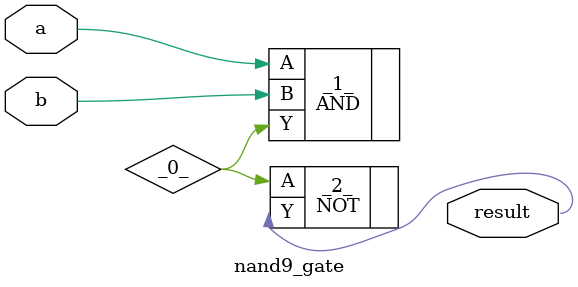
<source format=v>
/* Generated by Yosys 0.41+83 (git sha1 7045cf509, x86_64-w64-mingw32-g++ 13.2.1 -Os) */

/* cells_not_processed =  1  */
/* src = "nand9_gate.v:2.1-20.10" */
module nand9_gate(a, b, result);
  wire _0_;
  /* src = "nand9_gate.v:3.11-3.12" */
  input a;
  wire a;
  /* src = "nand9_gate.v:4.11-4.12" */
  input b;
  wire b;
  /* src = "nand9_gate.v:5.12-5.18" */
  output result;
  wire result;
  AND _1_ (
    .A(a),
    .B(b),
    .Y(_0_)
  );
  NOT _2_ (
    .A(_0_),
    .Y(result)
  );
endmodule

</source>
